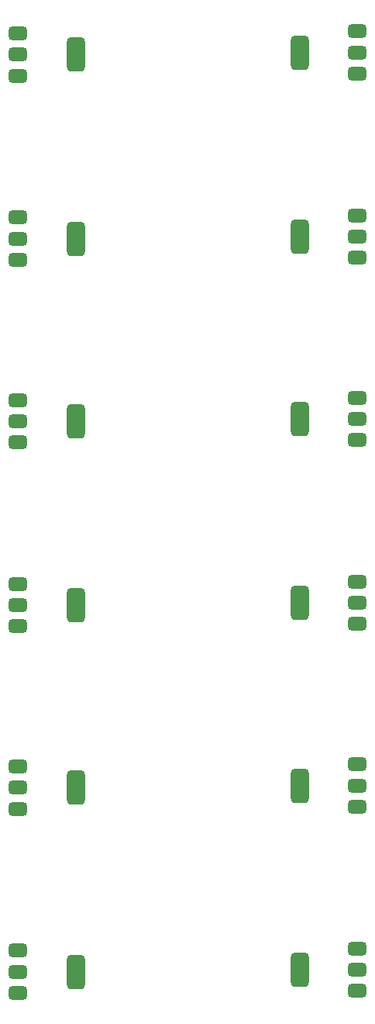
<source format=gbr>
%TF.GenerationSoftware,KiCad,Pcbnew,8.0.2*%
%TF.CreationDate,2024-12-14T16:27:18+01:00*%
%TF.ProjectId,pss_outstageboard,7073735f-6f75-4747-9374-616765626f61,1.0.0*%
%TF.SameCoordinates,Original*%
%TF.FileFunction,Paste,Bot*%
%TF.FilePolarity,Positive*%
%FSLAX46Y46*%
G04 Gerber Fmt 4.6, Leading zero omitted, Abs format (unit mm)*
G04 Created by KiCad (PCBNEW 8.0.2) date 2024-12-14 16:27:18*
%MOMM*%
%LPD*%
G01*
G04 APERTURE LIST*
G04 Aperture macros list*
%AMRoundRect*
0 Rectangle with rounded corners*
0 $1 Rounding radius*
0 $2 $3 $4 $5 $6 $7 $8 $9 X,Y pos of 4 corners*
0 Add a 4 corners polygon primitive as box body*
4,1,4,$2,$3,$4,$5,$6,$7,$8,$9,$2,$3,0*
0 Add four circle primitives for the rounded corners*
1,1,$1+$1,$2,$3*
1,1,$1+$1,$4,$5*
1,1,$1+$1,$6,$7*
1,1,$1+$1,$8,$9*
0 Add four rect primitives between the rounded corners*
20,1,$1+$1,$2,$3,$4,$5,0*
20,1,$1+$1,$4,$5,$6,$7,0*
20,1,$1+$1,$6,$7,$8,$9,0*
20,1,$1+$1,$8,$9,$2,$3,0*%
G04 Aperture macros list end*
%ADD10RoundRect,0.375000X-0.625000X-0.375000X0.625000X-0.375000X0.625000X0.375000X-0.625000X0.375000X0*%
%ADD11RoundRect,0.500000X-0.500000X-1.400000X0.500000X-1.400000X0.500000X1.400000X-0.500000X1.400000X0*%
%ADD12RoundRect,0.375000X0.625000X0.375000X-0.625000X0.375000X-0.625000X-0.375000X0.625000X-0.375000X0*%
%ADD13RoundRect,0.500000X0.500000X1.400000X-0.500000X1.400000X-0.500000X-1.400000X0.500000X-1.400000X0*%
G04 APERTURE END LIST*
D10*
%TO.C,Q2202*%
X191470000Y-127460000D03*
X191470000Y-125160000D03*
D11*
X197770000Y-125160000D03*
D10*
X191470000Y-122860000D03*
%TD*%
D12*
%TO.C,Q2502*%
X228530000Y-142540000D03*
X228530000Y-144840000D03*
D13*
X222230000Y-144840000D03*
D12*
X228530000Y-147140000D03*
%TD*%
D10*
%TO.C,Q2401*%
X191470000Y-147380000D03*
X191470000Y-145080000D03*
D11*
X197770000Y-145080000D03*
D10*
X191470000Y-142780000D03*
%TD*%
D12*
%TO.C,Q2301*%
X228530000Y-122620000D03*
X228530000Y-124920000D03*
D13*
X222230000Y-124920000D03*
D12*
X228530000Y-127220000D03*
%TD*%
D10*
%TO.C,Q2601*%
X191470000Y-187380000D03*
X191470000Y-185080000D03*
D11*
X197770000Y-185080000D03*
D10*
X191470000Y-182780000D03*
%TD*%
D12*
%TO.C,Q2302*%
X228530000Y-102540000D03*
X228530000Y-104840000D03*
D13*
X222230000Y-104840000D03*
D12*
X228530000Y-107140000D03*
%TD*%
D10*
%TO.C,Q2602*%
X191470000Y-207460000D03*
X191470000Y-205160000D03*
D11*
X197770000Y-205160000D03*
D10*
X191470000Y-202860000D03*
%TD*%
%TO.C,Q2402*%
X191470000Y-167460000D03*
X191470000Y-165160000D03*
D11*
X197770000Y-165160000D03*
D10*
X191470000Y-162860000D03*
%TD*%
D12*
%TO.C,Q2501*%
X228530000Y-162620000D03*
X228530000Y-164920000D03*
D13*
X222230000Y-164920000D03*
D12*
X228530000Y-167220000D03*
%TD*%
D10*
%TO.C,Q2201*%
X191470000Y-107380000D03*
X191470000Y-105080000D03*
D11*
X197770000Y-105080000D03*
D10*
X191470000Y-102780000D03*
%TD*%
D12*
%TO.C,Q2701*%
X228530000Y-202620000D03*
X228530000Y-204920000D03*
D13*
X222230000Y-204920000D03*
D12*
X228530000Y-207220000D03*
%TD*%
%TO.C,Q2702*%
X228530000Y-182540000D03*
X228530000Y-184840000D03*
D13*
X222230000Y-184840000D03*
D12*
X228530000Y-187140000D03*
%TD*%
M02*

</source>
